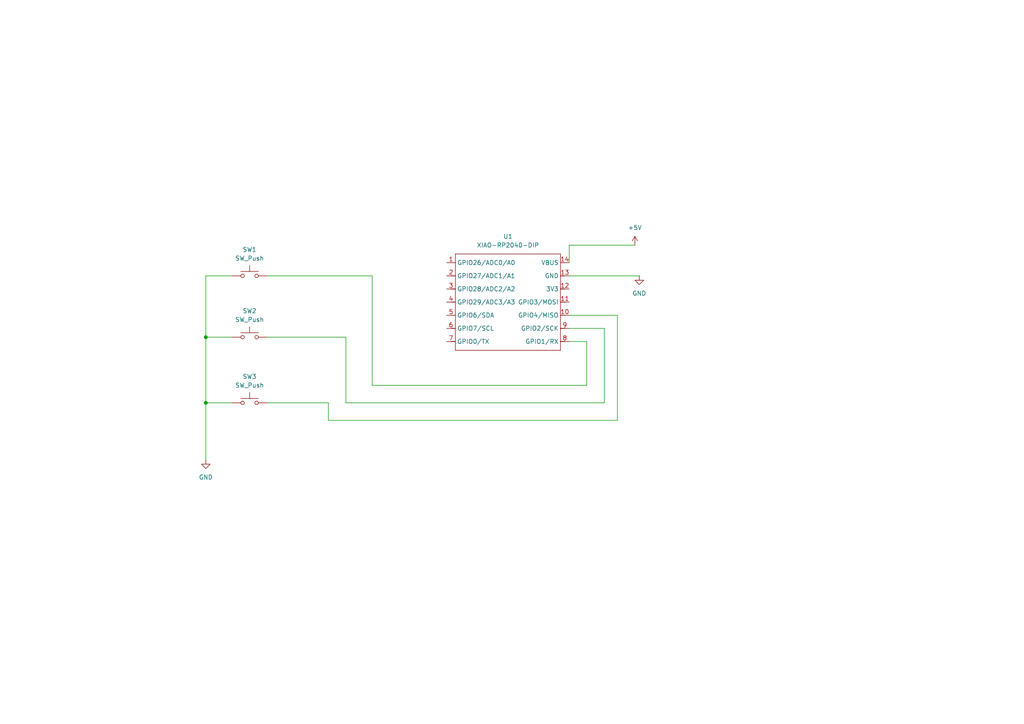
<source format=kicad_sch>
(kicad_sch
	(version 20250114)
	(generator "eeschema")
	(generator_version "9.0")
	(uuid "ed39045f-f7e9-423c-ba50-fb28e1c32d34")
	(paper "A4")
	(lib_symbols
		(symbol "OPL:XIAO-RP2040-DIP"
			(exclude_from_sim no)
			(in_bom yes)
			(on_board yes)
			(property "Reference" "U"
				(at 0 0 0)
				(effects
					(font
						(size 1.27 1.27)
					)
				)
			)
			(property "Value" "XIAO-RP2040-DIP"
				(at 5.334 -1.778 0)
				(effects
					(font
						(size 1.27 1.27)
					)
				)
			)
			(property "Footprint" "Module:MOUDLE14P-XIAO-DIP-SMD"
				(at 14.478 -32.258 0)
				(effects
					(font
						(size 1.27 1.27)
					)
					(hide yes)
				)
			)
			(property "Datasheet" ""
				(at 0 0 0)
				(effects
					(font
						(size 1.27 1.27)
					)
					(hide yes)
				)
			)
			(property "Description" ""
				(at 0 0 0)
				(effects
					(font
						(size 1.27 1.27)
					)
					(hide yes)
				)
			)
			(symbol "XIAO-RP2040-DIP_1_0"
				(polyline
					(pts
						(xy -1.27 -2.54) (xy 29.21 -2.54)
					)
					(stroke
						(width 0.1524)
						(type solid)
					)
					(fill
						(type none)
					)
				)
				(polyline
					(pts
						(xy -1.27 -5.08) (xy -2.54 -5.08)
					)
					(stroke
						(width 0.1524)
						(type solid)
					)
					(fill
						(type none)
					)
				)
				(polyline
					(pts
						(xy -1.27 -5.08) (xy -1.27 -2.54)
					)
					(stroke
						(width 0.1524)
						(type solid)
					)
					(fill
						(type none)
					)
				)
				(polyline
					(pts
						(xy -1.27 -8.89) (xy -2.54 -8.89)
					)
					(stroke
						(width 0.1524)
						(type solid)
					)
					(fill
						(type none)
					)
				)
				(polyline
					(pts
						(xy -1.27 -8.89) (xy -1.27 -5.08)
					)
					(stroke
						(width 0.1524)
						(type solid)
					)
					(fill
						(type none)
					)
				)
				(polyline
					(pts
						(xy -1.27 -12.7) (xy -2.54 -12.7)
					)
					(stroke
						(width 0.1524)
						(type solid)
					)
					(fill
						(type none)
					)
				)
				(polyline
					(pts
						(xy -1.27 -12.7) (xy -1.27 -8.89)
					)
					(stroke
						(width 0.1524)
						(type solid)
					)
					(fill
						(type none)
					)
				)
				(polyline
					(pts
						(xy -1.27 -16.51) (xy -2.54 -16.51)
					)
					(stroke
						(width 0.1524)
						(type solid)
					)
					(fill
						(type none)
					)
				)
				(polyline
					(pts
						(xy -1.27 -16.51) (xy -1.27 -12.7)
					)
					(stroke
						(width 0.1524)
						(type solid)
					)
					(fill
						(type none)
					)
				)
				(polyline
					(pts
						(xy -1.27 -20.32) (xy -2.54 -20.32)
					)
					(stroke
						(width 0.1524)
						(type solid)
					)
					(fill
						(type none)
					)
				)
				(polyline
					(pts
						(xy -1.27 -24.13) (xy -2.54 -24.13)
					)
					(stroke
						(width 0.1524)
						(type solid)
					)
					(fill
						(type none)
					)
				)
				(polyline
					(pts
						(xy -1.27 -27.94) (xy -2.54 -27.94)
					)
					(stroke
						(width 0.1524)
						(type solid)
					)
					(fill
						(type none)
					)
				)
				(polyline
					(pts
						(xy -1.27 -30.48) (xy -1.27 -16.51)
					)
					(stroke
						(width 0.1524)
						(type solid)
					)
					(fill
						(type none)
					)
				)
				(polyline
					(pts
						(xy 29.21 -2.54) (xy 29.21 -5.08)
					)
					(stroke
						(width 0.1524)
						(type solid)
					)
					(fill
						(type none)
					)
				)
				(polyline
					(pts
						(xy 29.21 -5.08) (xy 29.21 -8.89)
					)
					(stroke
						(width 0.1524)
						(type solid)
					)
					(fill
						(type none)
					)
				)
				(polyline
					(pts
						(xy 29.21 -8.89) (xy 29.21 -12.7)
					)
					(stroke
						(width 0.1524)
						(type solid)
					)
					(fill
						(type none)
					)
				)
				(polyline
					(pts
						(xy 29.21 -12.7) (xy 29.21 -30.48)
					)
					(stroke
						(width 0.1524)
						(type solid)
					)
					(fill
						(type none)
					)
				)
				(polyline
					(pts
						(xy 29.21 -30.48) (xy -1.27 -30.48)
					)
					(stroke
						(width 0.1524)
						(type solid)
					)
					(fill
						(type none)
					)
				)
				(polyline
					(pts
						(xy 30.48 -5.08) (xy 29.21 -5.08)
					)
					(stroke
						(width 0.1524)
						(type solid)
					)
					(fill
						(type none)
					)
				)
				(polyline
					(pts
						(xy 30.48 -8.89) (xy 29.21 -8.89)
					)
					(stroke
						(width 0.1524)
						(type solid)
					)
					(fill
						(type none)
					)
				)
				(polyline
					(pts
						(xy 30.48 -12.7) (xy 29.21 -12.7)
					)
					(stroke
						(width 0.1524)
						(type solid)
					)
					(fill
						(type none)
					)
				)
				(polyline
					(pts
						(xy 30.48 -16.51) (xy 29.21 -16.51)
					)
					(stroke
						(width 0.1524)
						(type solid)
					)
					(fill
						(type none)
					)
				)
				(polyline
					(pts
						(xy 30.48 -20.32) (xy 29.21 -20.32)
					)
					(stroke
						(width 0.1524)
						(type solid)
					)
					(fill
						(type none)
					)
				)
				(polyline
					(pts
						(xy 30.48 -24.13) (xy 29.21 -24.13)
					)
					(stroke
						(width 0.1524)
						(type solid)
					)
					(fill
						(type none)
					)
				)
				(polyline
					(pts
						(xy 30.48 -27.94) (xy 29.21 -27.94)
					)
					(stroke
						(width 0.1524)
						(type solid)
					)
					(fill
						(type none)
					)
				)
				(pin passive line
					(at -3.81 -5.08 0)
					(length 2.54)
					(name "GPIO26/ADC0/A0"
						(effects
							(font
								(size 1.27 1.27)
							)
						)
					)
					(number "1"
						(effects
							(font
								(size 1.27 1.27)
							)
						)
					)
				)
				(pin passive line
					(at -3.81 -8.89 0)
					(length 2.54)
					(name "GPIO27/ADC1/A1"
						(effects
							(font
								(size 1.27 1.27)
							)
						)
					)
					(number "2"
						(effects
							(font
								(size 1.27 1.27)
							)
						)
					)
				)
				(pin passive line
					(at -3.81 -12.7 0)
					(length 2.54)
					(name "GPIO28/ADC2/A2"
						(effects
							(font
								(size 1.27 1.27)
							)
						)
					)
					(number "3"
						(effects
							(font
								(size 1.27 1.27)
							)
						)
					)
				)
				(pin passive line
					(at -3.81 -16.51 0)
					(length 2.54)
					(name "GPIO29/ADC3/A3"
						(effects
							(font
								(size 1.27 1.27)
							)
						)
					)
					(number "4"
						(effects
							(font
								(size 1.27 1.27)
							)
						)
					)
				)
				(pin passive line
					(at -3.81 -20.32 0)
					(length 2.54)
					(name "GPIO6/SDA"
						(effects
							(font
								(size 1.27 1.27)
							)
						)
					)
					(number "5"
						(effects
							(font
								(size 1.27 1.27)
							)
						)
					)
				)
				(pin passive line
					(at -3.81 -24.13 0)
					(length 2.54)
					(name "GPIO7/SCL"
						(effects
							(font
								(size 1.27 1.27)
							)
						)
					)
					(number "6"
						(effects
							(font
								(size 1.27 1.27)
							)
						)
					)
				)
				(pin passive line
					(at -3.81 -27.94 0)
					(length 2.54)
					(name "GPIO0/TX"
						(effects
							(font
								(size 1.27 1.27)
							)
						)
					)
					(number "7"
						(effects
							(font
								(size 1.27 1.27)
							)
						)
					)
				)
				(pin passive line
					(at 31.75 -5.08 180)
					(length 2.54)
					(name "VBUS"
						(effects
							(font
								(size 1.27 1.27)
							)
						)
					)
					(number "14"
						(effects
							(font
								(size 1.27 1.27)
							)
						)
					)
				)
				(pin passive line
					(at 31.75 -8.89 180)
					(length 2.54)
					(name "GND"
						(effects
							(font
								(size 1.27 1.27)
							)
						)
					)
					(number "13"
						(effects
							(font
								(size 1.27 1.27)
							)
						)
					)
				)
				(pin passive line
					(at 31.75 -12.7 180)
					(length 2.54)
					(name "3V3"
						(effects
							(font
								(size 1.27 1.27)
							)
						)
					)
					(number "12"
						(effects
							(font
								(size 1.27 1.27)
							)
						)
					)
				)
				(pin passive line
					(at 31.75 -16.51 180)
					(length 2.54)
					(name "GPIO3/MOSI"
						(effects
							(font
								(size 1.27 1.27)
							)
						)
					)
					(number "11"
						(effects
							(font
								(size 1.27 1.27)
							)
						)
					)
				)
				(pin passive line
					(at 31.75 -20.32 180)
					(length 2.54)
					(name "GPIO4/MISO"
						(effects
							(font
								(size 1.27 1.27)
							)
						)
					)
					(number "10"
						(effects
							(font
								(size 1.27 1.27)
							)
						)
					)
				)
				(pin passive line
					(at 31.75 -24.13 180)
					(length 2.54)
					(name "GPIO2/SCK"
						(effects
							(font
								(size 1.27 1.27)
							)
						)
					)
					(number "9"
						(effects
							(font
								(size 1.27 1.27)
							)
						)
					)
				)
				(pin passive line
					(at 31.75 -27.94 180)
					(length 2.54)
					(name "GPIO1/RX"
						(effects
							(font
								(size 1.27 1.27)
							)
						)
					)
					(number "8"
						(effects
							(font
								(size 1.27 1.27)
							)
						)
					)
				)
			)
			(embedded_fonts no)
		)
		(symbol "Switch:SW_Push"
			(pin_numbers
				(hide yes)
			)
			(pin_names
				(offset 1.016)
				(hide yes)
			)
			(exclude_from_sim no)
			(in_bom yes)
			(on_board yes)
			(property "Reference" "SW"
				(at 1.27 2.54 0)
				(effects
					(font
						(size 1.27 1.27)
					)
					(justify left)
				)
			)
			(property "Value" "SW_Push"
				(at 0 -1.524 0)
				(effects
					(font
						(size 1.27 1.27)
					)
				)
			)
			(property "Footprint" ""
				(at 0 5.08 0)
				(effects
					(font
						(size 1.27 1.27)
					)
					(hide yes)
				)
			)
			(property "Datasheet" "~"
				(at 0 5.08 0)
				(effects
					(font
						(size 1.27 1.27)
					)
					(hide yes)
				)
			)
			(property "Description" "Push button switch, generic, two pins"
				(at 0 0 0)
				(effects
					(font
						(size 1.27 1.27)
					)
					(hide yes)
				)
			)
			(property "ki_keywords" "switch normally-open pushbutton push-button"
				(at 0 0 0)
				(effects
					(font
						(size 1.27 1.27)
					)
					(hide yes)
				)
			)
			(symbol "SW_Push_0_1"
				(circle
					(center -2.032 0)
					(radius 0.508)
					(stroke
						(width 0)
						(type default)
					)
					(fill
						(type none)
					)
				)
				(polyline
					(pts
						(xy 0 1.27) (xy 0 3.048)
					)
					(stroke
						(width 0)
						(type default)
					)
					(fill
						(type none)
					)
				)
				(circle
					(center 2.032 0)
					(radius 0.508)
					(stroke
						(width 0)
						(type default)
					)
					(fill
						(type none)
					)
				)
				(polyline
					(pts
						(xy 2.54 1.27) (xy -2.54 1.27)
					)
					(stroke
						(width 0)
						(type default)
					)
					(fill
						(type none)
					)
				)
				(pin passive line
					(at -5.08 0 0)
					(length 2.54)
					(name "1"
						(effects
							(font
								(size 1.27 1.27)
							)
						)
					)
					(number "1"
						(effects
							(font
								(size 1.27 1.27)
							)
						)
					)
				)
				(pin passive line
					(at 5.08 0 180)
					(length 2.54)
					(name "2"
						(effects
							(font
								(size 1.27 1.27)
							)
						)
					)
					(number "2"
						(effects
							(font
								(size 1.27 1.27)
							)
						)
					)
				)
			)
			(embedded_fonts no)
		)
		(symbol "power:+5V"
			(power)
			(pin_numbers
				(hide yes)
			)
			(pin_names
				(offset 0)
				(hide yes)
			)
			(exclude_from_sim no)
			(in_bom yes)
			(on_board yes)
			(property "Reference" "#PWR"
				(at 0 -3.81 0)
				(effects
					(font
						(size 1.27 1.27)
					)
					(hide yes)
				)
			)
			(property "Value" "+5V"
				(at 0 3.556 0)
				(effects
					(font
						(size 1.27 1.27)
					)
				)
			)
			(property "Footprint" ""
				(at 0 0 0)
				(effects
					(font
						(size 1.27 1.27)
					)
					(hide yes)
				)
			)
			(property "Datasheet" ""
				(at 0 0 0)
				(effects
					(font
						(size 1.27 1.27)
					)
					(hide yes)
				)
			)
			(property "Description" "Power symbol creates a global label with name \"+5V\""
				(at 0 0 0)
				(effects
					(font
						(size 1.27 1.27)
					)
					(hide yes)
				)
			)
			(property "ki_keywords" "global power"
				(at 0 0 0)
				(effects
					(font
						(size 1.27 1.27)
					)
					(hide yes)
				)
			)
			(symbol "+5V_0_1"
				(polyline
					(pts
						(xy -0.762 1.27) (xy 0 2.54)
					)
					(stroke
						(width 0)
						(type default)
					)
					(fill
						(type none)
					)
				)
				(polyline
					(pts
						(xy 0 2.54) (xy 0.762 1.27)
					)
					(stroke
						(width 0)
						(type default)
					)
					(fill
						(type none)
					)
				)
				(polyline
					(pts
						(xy 0 0) (xy 0 2.54)
					)
					(stroke
						(width 0)
						(type default)
					)
					(fill
						(type none)
					)
				)
			)
			(symbol "+5V_1_1"
				(pin power_in line
					(at 0 0 90)
					(length 0)
					(name "~"
						(effects
							(font
								(size 1.27 1.27)
							)
						)
					)
					(number "1"
						(effects
							(font
								(size 1.27 1.27)
							)
						)
					)
				)
			)
			(embedded_fonts no)
		)
		(symbol "power:GND"
			(power)
			(pin_numbers
				(hide yes)
			)
			(pin_names
				(offset 0)
				(hide yes)
			)
			(exclude_from_sim no)
			(in_bom yes)
			(on_board yes)
			(property "Reference" "#PWR"
				(at 0 -6.35 0)
				(effects
					(font
						(size 1.27 1.27)
					)
					(hide yes)
				)
			)
			(property "Value" "GND"
				(at 0 -3.81 0)
				(effects
					(font
						(size 1.27 1.27)
					)
				)
			)
			(property "Footprint" ""
				(at 0 0 0)
				(effects
					(font
						(size 1.27 1.27)
					)
					(hide yes)
				)
			)
			(property "Datasheet" ""
				(at 0 0 0)
				(effects
					(font
						(size 1.27 1.27)
					)
					(hide yes)
				)
			)
			(property "Description" "Power symbol creates a global label with name \"GND\" , ground"
				(at 0 0 0)
				(effects
					(font
						(size 1.27 1.27)
					)
					(hide yes)
				)
			)
			(property "ki_keywords" "global power"
				(at 0 0 0)
				(effects
					(font
						(size 1.27 1.27)
					)
					(hide yes)
				)
			)
			(symbol "GND_0_1"
				(polyline
					(pts
						(xy 0 0) (xy 0 -1.27) (xy 1.27 -1.27) (xy 0 -2.54) (xy -1.27 -1.27) (xy 0 -1.27)
					)
					(stroke
						(width 0)
						(type default)
					)
					(fill
						(type none)
					)
				)
			)
			(symbol "GND_1_1"
				(pin power_in line
					(at 0 0 270)
					(length 0)
					(name "~"
						(effects
							(font
								(size 1.27 1.27)
							)
						)
					)
					(number "1"
						(effects
							(font
								(size 1.27 1.27)
							)
						)
					)
				)
			)
			(embedded_fonts no)
		)
	)
	(junction
		(at 59.69 116.84)
		(diameter 0)
		(color 0 0 0 0)
		(uuid "1c046818-4f3a-4a0d-b887-bf4d2071a6d5")
	)
	(junction
		(at 59.69 97.79)
		(diameter 0)
		(color 0 0 0 0)
		(uuid "988821f9-31fc-4e53-a4f9-2109e92c8735")
	)
	(wire
		(pts
			(xy 184.15 71.12) (xy 165.1 71.12)
		)
		(stroke
			(width 0)
			(type default)
		)
		(uuid "042dd226-c8ef-468e-903a-3e50f0ceae76")
	)
	(wire
		(pts
			(xy 170.18 111.76) (xy 170.18 99.06)
		)
		(stroke
			(width 0)
			(type default)
		)
		(uuid "0d96dbad-5c72-4053-b29b-869183e58825")
	)
	(wire
		(pts
			(xy 175.26 116.84) (xy 175.26 95.25)
		)
		(stroke
			(width 0)
			(type default)
		)
		(uuid "20c49c43-3da5-4f1a-b196-2142e601824e")
	)
	(wire
		(pts
			(xy 95.25 121.92) (xy 179.07 121.92)
		)
		(stroke
			(width 0)
			(type default)
		)
		(uuid "23c2de48-ea80-4028-820d-93f03b7db6a5")
	)
	(wire
		(pts
			(xy 77.47 80.01) (xy 107.95 80.01)
		)
		(stroke
			(width 0)
			(type default)
		)
		(uuid "2cfc2793-a4b0-47c3-b7f3-a685df64d7a6")
	)
	(wire
		(pts
			(xy 95.25 116.84) (xy 95.25 121.92)
		)
		(stroke
			(width 0)
			(type default)
		)
		(uuid "749999da-be67-498a-be18-2210fbada510")
	)
	(wire
		(pts
			(xy 175.26 95.25) (xy 165.1 95.25)
		)
		(stroke
			(width 0)
			(type default)
		)
		(uuid "7896b7cf-dd16-4a70-941b-69d8ff2410f4")
	)
	(wire
		(pts
			(xy 67.31 80.01) (xy 59.69 80.01)
		)
		(stroke
			(width 0)
			(type default)
		)
		(uuid "90ef8eeb-4d10-497b-a63b-b0042b3572c1")
	)
	(wire
		(pts
			(xy 59.69 97.79) (xy 59.69 116.84)
		)
		(stroke
			(width 0)
			(type default)
		)
		(uuid "98a97d7d-7280-41b4-a0f1-14b8aa673a9c")
	)
	(wire
		(pts
			(xy 165.1 71.12) (xy 165.1 76.2)
		)
		(stroke
			(width 0)
			(type default)
		)
		(uuid "9bed2f96-c63a-4ef7-9ff6-1a132a303987")
	)
	(wire
		(pts
			(xy 179.07 91.44) (xy 165.1 91.44)
		)
		(stroke
			(width 0)
			(type default)
		)
		(uuid "a55cdab2-1bd5-420c-9ea5-2e5ad2ac6cd2")
	)
	(wire
		(pts
			(xy 59.69 97.79) (xy 67.31 97.79)
		)
		(stroke
			(width 0)
			(type default)
		)
		(uuid "b0d4f7fc-5e7e-4c4a-b477-99cd9f38534c")
	)
	(wire
		(pts
			(xy 170.18 99.06) (xy 165.1 99.06)
		)
		(stroke
			(width 0)
			(type default)
		)
		(uuid "b2f82804-8dd1-4920-ab7e-74af3a351ab7")
	)
	(wire
		(pts
			(xy 100.33 116.84) (xy 175.26 116.84)
		)
		(stroke
			(width 0)
			(type default)
		)
		(uuid "b8a23dda-485f-4483-b0b1-d693390c4035")
	)
	(wire
		(pts
			(xy 77.47 116.84) (xy 95.25 116.84)
		)
		(stroke
			(width 0)
			(type default)
		)
		(uuid "c0b9272b-10bd-40ca-ab5b-c12e8740e79e")
	)
	(wire
		(pts
			(xy 59.69 80.01) (xy 59.69 97.79)
		)
		(stroke
			(width 0)
			(type default)
		)
		(uuid "d113ba85-869a-4e6a-aa9e-d354fac3da46")
	)
	(wire
		(pts
			(xy 77.47 97.79) (xy 100.33 97.79)
		)
		(stroke
			(width 0)
			(type default)
		)
		(uuid "d34fc64b-1761-44d9-b6e6-d69f3b9da7d2")
	)
	(wire
		(pts
			(xy 59.69 116.84) (xy 59.69 133.35)
		)
		(stroke
			(width 0)
			(type default)
		)
		(uuid "d66800b0-3596-4d00-a839-4ef6ed4a463e")
	)
	(wire
		(pts
			(xy 59.69 116.84) (xy 67.31 116.84)
		)
		(stroke
			(width 0)
			(type default)
		)
		(uuid "e1277f8c-8bfd-469c-b8d7-e09ea714d9c9")
	)
	(wire
		(pts
			(xy 100.33 97.79) (xy 100.33 116.84)
		)
		(stroke
			(width 0)
			(type default)
		)
		(uuid "e86aa509-dbe1-4eda-980c-0b813b8da6b8")
	)
	(wire
		(pts
			(xy 179.07 121.92) (xy 179.07 91.44)
		)
		(stroke
			(width 0)
			(type default)
		)
		(uuid "f05f215b-7709-40e5-9279-3842423814c8")
	)
	(wire
		(pts
			(xy 165.1 80.01) (xy 185.42 80.01)
		)
		(stroke
			(width 0)
			(type default)
		)
		(uuid "f17524ce-bdf9-4e65-9a23-414701c63ae3")
	)
	(wire
		(pts
			(xy 107.95 80.01) (xy 107.95 111.76)
		)
		(stroke
			(width 0)
			(type default)
		)
		(uuid "fd466e9a-b362-467a-a07f-392f2ebacbc7")
	)
	(wire
		(pts
			(xy 107.95 111.76) (xy 170.18 111.76)
		)
		(stroke
			(width 0)
			(type default)
		)
		(uuid "fe744b41-f50b-46f0-9a3f-cb4f8b823afe")
	)
	(symbol
		(lib_id "Switch:SW_Push")
		(at 72.39 116.84 0)
		(unit 1)
		(exclude_from_sim no)
		(in_bom yes)
		(on_board yes)
		(dnp no)
		(fields_autoplaced yes)
		(uuid "05dd106a-5bff-47e5-afa5-32aff552ee34")
		(property "Reference" "SW3"
			(at 72.39 109.22 0)
			(effects
				(font
					(size 1.27 1.27)
				)
			)
		)
		(property "Value" "SW_Push"
			(at 72.39 111.76 0)
			(effects
				(font
					(size 1.27 1.27)
				)
			)
		)
		(property "Footprint" "Button_Switch_Keyboard:SW_Cherry_MX_1.00u_PCB"
			(at 72.39 111.76 0)
			(effects
				(font
					(size 1.27 1.27)
				)
				(hide yes)
			)
		)
		(property "Datasheet" "~"
			(at 72.39 111.76 0)
			(effects
				(font
					(size 1.27 1.27)
				)
				(hide yes)
			)
		)
		(property "Description" "Push button switch, generic, two pins"
			(at 72.39 116.84 0)
			(effects
				(font
					(size 1.27 1.27)
				)
				(hide yes)
			)
		)
		(pin "1"
			(uuid "78f0c99a-6c41-4b47-bb06-4f611e0d4e73")
		)
		(pin "2"
			(uuid "be06221b-26ed-4d22-bdbd-0c8fa4fb791c")
		)
		(instances
			(project ""
				(path "/ed39045f-f7e9-423c-ba50-fb28e1c32d34"
					(reference "SW3")
					(unit 1)
				)
			)
		)
	)
	(symbol
		(lib_id "power:GND")
		(at 185.42 80.01 0)
		(unit 1)
		(exclude_from_sim no)
		(in_bom yes)
		(on_board yes)
		(dnp no)
		(fields_autoplaced yes)
		(uuid "215871c8-af16-4218-9aca-829d7739b3bd")
		(property "Reference" "#PWR02"
			(at 185.42 86.36 0)
			(effects
				(font
					(size 1.27 1.27)
				)
				(hide yes)
			)
		)
		(property "Value" "GND"
			(at 185.42 85.09 0)
			(effects
				(font
					(size 1.27 1.27)
				)
			)
		)
		(property "Footprint" ""
			(at 185.42 80.01 0)
			(effects
				(font
					(size 1.27 1.27)
				)
				(hide yes)
			)
		)
		(property "Datasheet" ""
			(at 185.42 80.01 0)
			(effects
				(font
					(size 1.27 1.27)
				)
				(hide yes)
			)
		)
		(property "Description" "Power symbol creates a global label with name \"GND\" , ground"
			(at 185.42 80.01 0)
			(effects
				(font
					(size 1.27 1.27)
				)
				(hide yes)
			)
		)
		(pin "1"
			(uuid "f76245b6-fff8-4944-b065-d6914b58649d")
		)
		(instances
			(project ""
				(path "/ed39045f-f7e9-423c-ba50-fb28e1c32d34"
					(reference "#PWR02")
					(unit 1)
				)
			)
		)
	)
	(symbol
		(lib_id "Switch:SW_Push")
		(at 72.39 97.79 0)
		(unit 1)
		(exclude_from_sim no)
		(in_bom yes)
		(on_board yes)
		(dnp no)
		(fields_autoplaced yes)
		(uuid "480fb2e4-9058-4319-bf5f-51e4d40d2b0e")
		(property "Reference" "SW2"
			(at 72.39 90.17 0)
			(effects
				(font
					(size 1.27 1.27)
				)
			)
		)
		(property "Value" "SW_Push"
			(at 72.39 92.71 0)
			(effects
				(font
					(size 1.27 1.27)
				)
			)
		)
		(property "Footprint" "Button_Switch_Keyboard:SW_Cherry_MX_1.00u_PCB"
			(at 72.39 92.71 0)
			(effects
				(font
					(size 1.27 1.27)
				)
				(hide yes)
			)
		)
		(property "Datasheet" "~"
			(at 72.39 92.71 0)
			(effects
				(font
					(size 1.27 1.27)
				)
				(hide yes)
			)
		)
		(property "Description" "Push button switch, generic, two pins"
			(at 72.39 97.79 0)
			(effects
				(font
					(size 1.27 1.27)
				)
				(hide yes)
			)
		)
		(pin "1"
			(uuid "78f0c99a-6c41-4b47-bb06-4f611e0d4e73")
		)
		(pin "2"
			(uuid "be06221b-26ed-4d22-bdbd-0c8fa4fb791c")
		)
		(instances
			(project ""
				(path "/ed39045f-f7e9-423c-ba50-fb28e1c32d34"
					(reference "SW2")
					(unit 1)
				)
			)
		)
	)
	(symbol
		(lib_id "power:GND")
		(at 59.69 133.35 0)
		(unit 1)
		(exclude_from_sim no)
		(in_bom yes)
		(on_board yes)
		(dnp no)
		(fields_autoplaced yes)
		(uuid "b479cb1e-89c9-418c-9694-62097581c4a3")
		(property "Reference" "#PWR01"
			(at 59.69 139.7 0)
			(effects
				(font
					(size 1.27 1.27)
				)
				(hide yes)
			)
		)
		(property "Value" "GND"
			(at 59.69 138.43 0)
			(effects
				(font
					(size 1.27 1.27)
				)
			)
		)
		(property "Footprint" ""
			(at 59.69 133.35 0)
			(effects
				(font
					(size 1.27 1.27)
				)
				(hide yes)
			)
		)
		(property "Datasheet" ""
			(at 59.69 133.35 0)
			(effects
				(font
					(size 1.27 1.27)
				)
				(hide yes)
			)
		)
		(property "Description" "Power symbol creates a global label with name \"GND\" , ground"
			(at 59.69 133.35 0)
			(effects
				(font
					(size 1.27 1.27)
				)
				(hide yes)
			)
		)
		(pin "1"
			(uuid "f76245b6-fff8-4944-b065-d6914b58649d")
		)
		(instances
			(project ""
				(path "/ed39045f-f7e9-423c-ba50-fb28e1c32d34"
					(reference "#PWR01")
					(unit 1)
				)
			)
		)
	)
	(symbol
		(lib_id "power:+5V")
		(at 184.15 71.12 0)
		(unit 1)
		(exclude_from_sim no)
		(in_bom yes)
		(on_board yes)
		(dnp no)
		(fields_autoplaced yes)
		(uuid "b6af908c-2eac-4e61-9077-392cd179ee3a")
		(property "Reference" "#PWR03"
			(at 184.15 74.93 0)
			(effects
				(font
					(size 1.27 1.27)
				)
				(hide yes)
			)
		)
		(property "Value" "+5V"
			(at 184.15 66.04 0)
			(effects
				(font
					(size 1.27 1.27)
				)
			)
		)
		(property "Footprint" ""
			(at 184.15 71.12 0)
			(effects
				(font
					(size 1.27 1.27)
				)
				(hide yes)
			)
		)
		(property "Datasheet" ""
			(at 184.15 71.12 0)
			(effects
				(font
					(size 1.27 1.27)
				)
				(hide yes)
			)
		)
		(property "Description" "Power symbol creates a global label with name \"+5V\""
			(at 184.15 71.12 0)
			(effects
				(font
					(size 1.27 1.27)
				)
				(hide yes)
			)
		)
		(pin "1"
			(uuid "0c435fc8-f454-4768-9b50-b0f0d05ecdc2")
		)
		(instances
			(project ""
				(path "/ed39045f-f7e9-423c-ba50-fb28e1c32d34"
					(reference "#PWR03")
					(unit 1)
				)
			)
		)
	)
	(symbol
		(lib_id "OPL:XIAO-RP2040-DIP")
		(at 133.35 71.12 0)
		(unit 1)
		(exclude_from_sim no)
		(in_bom yes)
		(on_board yes)
		(dnp no)
		(fields_autoplaced yes)
		(uuid "bf1e64b2-185b-485e-bbcd-18d1570cd02e")
		(property "Reference" "U1"
			(at 147.32 68.58 0)
			(effects
				(font
					(size 1.27 1.27)
				)
			)
		)
		(property "Value" "XIAO-RP2040-DIP"
			(at 147.32 71.12 0)
			(effects
				(font
					(size 1.27 1.27)
				)
			)
		)
		(property "Footprint" "OPL:XIAO-RP2040-DIP"
			(at 147.828 103.378 0)
			(effects
				(font
					(size 1.27 1.27)
				)
				(hide yes)
			)
		)
		(property "Datasheet" ""
			(at 133.35 71.12 0)
			(effects
				(font
					(size 1.27 1.27)
				)
				(hide yes)
			)
		)
		(property "Description" ""
			(at 133.35 71.12 0)
			(effects
				(font
					(size 1.27 1.27)
				)
				(hide yes)
			)
		)
		(pin "10"
			(uuid "f7e6ce4c-f43e-4090-8ed3-95b637c81220")
		)
		(pin "9"
			(uuid "3a69971b-382d-4dfd-bfed-8391fce39ee8")
		)
		(pin "8"
			(uuid "36ccd0ad-6cbb-4f3e-a855-83c00c601e1e")
		)
		(pin "3"
			(uuid "ab949966-097f-4a7e-9a22-0ddc97866fec")
		)
		(pin "5"
			(uuid "64ed4f02-5f48-480f-8f81-7e8065705663")
		)
		(pin "6"
			(uuid "b342a703-5c10-40f4-84c5-f7822f689ff2")
		)
		(pin "13"
			(uuid "cdf2ab0c-1aa0-4bdb-a3ab-1130b2f017ab")
		)
		(pin "1"
			(uuid "8f04b926-4a01-455b-9178-301e5b0af4bf")
		)
		(pin "4"
			(uuid "bb811c5e-c501-4a7a-8b19-38154d0feff4")
		)
		(pin "14"
			(uuid "ead1cfee-f43d-4ff7-9f1a-e2c04fcaa2a1")
		)
		(pin "2"
			(uuid "357cfa82-384e-4054-911a-941f6b6f194c")
		)
		(pin "12"
			(uuid "cd7d8897-4257-4de0-8935-f39e2a92c31a")
		)
		(pin "7"
			(uuid "6e0d6e9a-1a1d-4750-a486-2ef6716e286c")
		)
		(pin "11"
			(uuid "c6d1f368-8f67-4593-8642-358a2fc950d7")
		)
		(instances
			(project ""
				(path "/ed39045f-f7e9-423c-ba50-fb28e1c32d34"
					(reference "U1")
					(unit 1)
				)
			)
		)
	)
	(symbol
		(lib_id "Switch:SW_Push")
		(at 72.39 80.01 0)
		(unit 1)
		(exclude_from_sim no)
		(in_bom yes)
		(on_board yes)
		(dnp no)
		(fields_autoplaced yes)
		(uuid "cd9ffe61-7dbd-41fa-9eb2-3b9fc323d202")
		(property "Reference" "SW1"
			(at 72.39 72.39 0)
			(effects
				(font
					(size 1.27 1.27)
				)
			)
		)
		(property "Value" "SW_Push"
			(at 72.39 74.93 0)
			(effects
				(font
					(size 1.27 1.27)
				)
			)
		)
		(property "Footprint" "Button_Switch_Keyboard:SW_Cherry_MX_1.00u_PCB"
			(at 72.39 74.93 0)
			(effects
				(font
					(size 1.27 1.27)
				)
				(hide yes)
			)
		)
		(property "Datasheet" "~"
			(at 72.39 74.93 0)
			(effects
				(font
					(size 1.27 1.27)
				)
				(hide yes)
			)
		)
		(property "Description" "Push button switch, generic, two pins"
			(at 72.39 80.01 0)
			(effects
				(font
					(size 1.27 1.27)
				)
				(hide yes)
			)
		)
		(pin "1"
			(uuid "78f0c99a-6c41-4b47-bb06-4f611e0d4e73")
		)
		(pin "2"
			(uuid "be06221b-26ed-4d22-bdbd-0c8fa4fb791c")
		)
		(instances
			(project ""
				(path "/ed39045f-f7e9-423c-ba50-fb28e1c32d34"
					(reference "SW1")
					(unit 1)
				)
			)
		)
	)
	(sheet_instances
		(path "/"
			(page "1")
		)
	)
	(embedded_fonts no)
)

</source>
